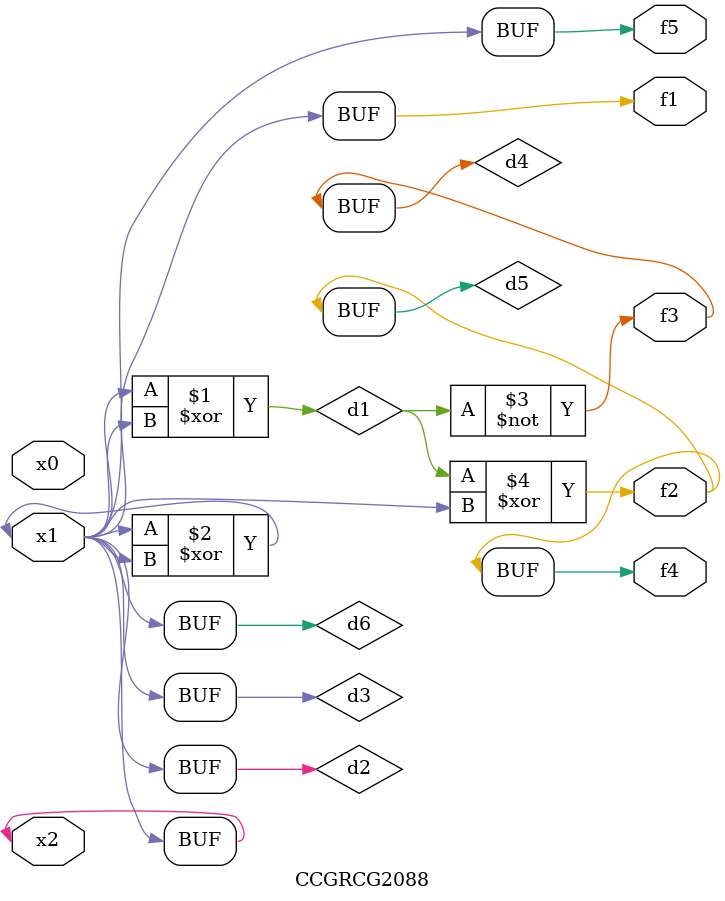
<source format=v>
module CCGRCG2088(
	input x0, x1, x2,
	output f1, f2, f3, f4, f5
);

	wire d1, d2, d3, d4, d5, d6;

	xor (d1, x1, x2);
	buf (d2, x1, x2);
	xor (d3, x1, x2);
	nor (d4, d1);
	xor (d5, d1, d2);
	buf (d6, d2, d3);
	assign f1 = d6;
	assign f2 = d5;
	assign f3 = d4;
	assign f4 = d5;
	assign f5 = d6;
endmodule

</source>
